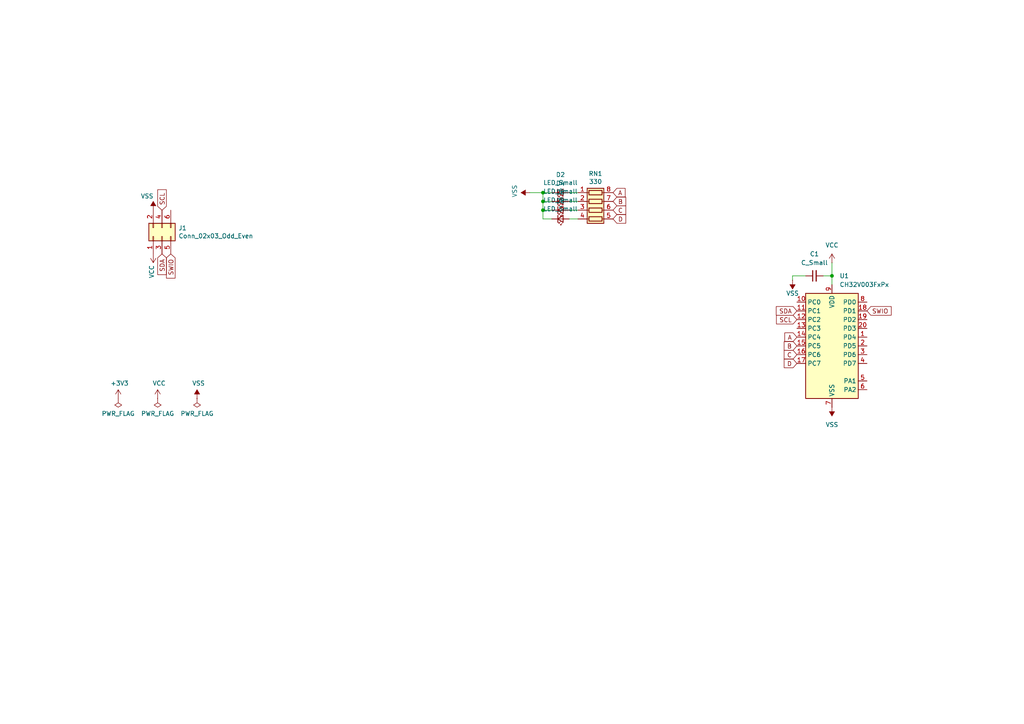
<source format=kicad_sch>
(kicad_sch
	(version 20250114)
	(generator "eeschema")
	(generator_version "9.0")
	(uuid "1ae8329c-8452-4f07-bddc-d8f19c58b895")
	(paper "A4")
	(lib_symbols
		(symbol "Connector_Generic:Conn_02x03_Odd_Even"
			(pin_names
				(offset 1.016)
				(hide yes)
			)
			(exclude_from_sim no)
			(in_bom yes)
			(on_board yes)
			(property "Reference" "J"
				(at 1.27 5.08 0)
				(effects
					(font
						(size 1.27 1.27)
					)
				)
			)
			(property "Value" "Conn_02x03_Odd_Even"
				(at 1.27 -5.08 0)
				(effects
					(font
						(size 1.27 1.27)
					)
				)
			)
			(property "Footprint" ""
				(at 0 0 0)
				(effects
					(font
						(size 1.27 1.27)
					)
					(hide yes)
				)
			)
			(property "Datasheet" "~"
				(at 0 0 0)
				(effects
					(font
						(size 1.27 1.27)
					)
					(hide yes)
				)
			)
			(property "Description" "Generic connector, double row, 02x03, odd/even pin numbering scheme (row 1 odd numbers, row 2 even numbers), script generated (kicad-library-utils/schlib/autogen/connector/)"
				(at 0 0 0)
				(effects
					(font
						(size 1.27 1.27)
					)
					(hide yes)
				)
			)
			(property "ki_keywords" "connector"
				(at 0 0 0)
				(effects
					(font
						(size 1.27 1.27)
					)
					(hide yes)
				)
			)
			(property "ki_fp_filters" "Connector*:*_2x??_*"
				(at 0 0 0)
				(effects
					(font
						(size 1.27 1.27)
					)
					(hide yes)
				)
			)
			(symbol "Conn_02x03_Odd_Even_1_1"
				(rectangle
					(start -1.27 3.81)
					(end 3.81 -3.81)
					(stroke
						(width 0.254)
						(type default)
					)
					(fill
						(type background)
					)
				)
				(rectangle
					(start -1.27 2.667)
					(end 0 2.413)
					(stroke
						(width 0.1524)
						(type default)
					)
					(fill
						(type none)
					)
				)
				(rectangle
					(start -1.27 0.127)
					(end 0 -0.127)
					(stroke
						(width 0.1524)
						(type default)
					)
					(fill
						(type none)
					)
				)
				(rectangle
					(start -1.27 -2.413)
					(end 0 -2.667)
					(stroke
						(width 0.1524)
						(type default)
					)
					(fill
						(type none)
					)
				)
				(rectangle
					(start 3.81 2.667)
					(end 2.54 2.413)
					(stroke
						(width 0.1524)
						(type default)
					)
					(fill
						(type none)
					)
				)
				(rectangle
					(start 3.81 0.127)
					(end 2.54 -0.127)
					(stroke
						(width 0.1524)
						(type default)
					)
					(fill
						(type none)
					)
				)
				(rectangle
					(start 3.81 -2.413)
					(end 2.54 -2.667)
					(stroke
						(width 0.1524)
						(type default)
					)
					(fill
						(type none)
					)
				)
				(pin passive line
					(at -5.08 2.54 0)
					(length 3.81)
					(name "Pin_1"
						(effects
							(font
								(size 1.27 1.27)
							)
						)
					)
					(number "1"
						(effects
							(font
								(size 1.27 1.27)
							)
						)
					)
				)
				(pin passive line
					(at -5.08 0 0)
					(length 3.81)
					(name "Pin_3"
						(effects
							(font
								(size 1.27 1.27)
							)
						)
					)
					(number "3"
						(effects
							(font
								(size 1.27 1.27)
							)
						)
					)
				)
				(pin passive line
					(at -5.08 -2.54 0)
					(length 3.81)
					(name "Pin_5"
						(effects
							(font
								(size 1.27 1.27)
							)
						)
					)
					(number "5"
						(effects
							(font
								(size 1.27 1.27)
							)
						)
					)
				)
				(pin passive line
					(at 7.62 2.54 180)
					(length 3.81)
					(name "Pin_2"
						(effects
							(font
								(size 1.27 1.27)
							)
						)
					)
					(number "2"
						(effects
							(font
								(size 1.27 1.27)
							)
						)
					)
				)
				(pin passive line
					(at 7.62 0 180)
					(length 3.81)
					(name "Pin_4"
						(effects
							(font
								(size 1.27 1.27)
							)
						)
					)
					(number "4"
						(effects
							(font
								(size 1.27 1.27)
							)
						)
					)
				)
				(pin passive line
					(at 7.62 -2.54 180)
					(length 3.81)
					(name "Pin_6"
						(effects
							(font
								(size 1.27 1.27)
							)
						)
					)
					(number "6"
						(effects
							(font
								(size 1.27 1.27)
							)
						)
					)
				)
			)
			(embedded_fonts no)
		)
		(symbol "Device:C_Small"
			(pin_numbers
				(hide yes)
			)
			(pin_names
				(offset 0.254)
				(hide yes)
			)
			(exclude_from_sim no)
			(in_bom yes)
			(on_board yes)
			(property "Reference" "C"
				(at 0.254 1.778 0)
				(effects
					(font
						(size 1.27 1.27)
					)
					(justify left)
				)
			)
			(property "Value" "C_Small"
				(at 0.254 -2.032 0)
				(effects
					(font
						(size 1.27 1.27)
					)
					(justify left)
				)
			)
			(property "Footprint" ""
				(at 0 0 0)
				(effects
					(font
						(size 1.27 1.27)
					)
					(hide yes)
				)
			)
			(property "Datasheet" "~"
				(at 0 0 0)
				(effects
					(font
						(size 1.27 1.27)
					)
					(hide yes)
				)
			)
			(property "Description" "Unpolarized capacitor, small symbol"
				(at 0 0 0)
				(effects
					(font
						(size 1.27 1.27)
					)
					(hide yes)
				)
			)
			(property "ki_keywords" "capacitor cap"
				(at 0 0 0)
				(effects
					(font
						(size 1.27 1.27)
					)
					(hide yes)
				)
			)
			(property "ki_fp_filters" "C_*"
				(at 0 0 0)
				(effects
					(font
						(size 1.27 1.27)
					)
					(hide yes)
				)
			)
			(symbol "C_Small_0_1"
				(polyline
					(pts
						(xy -1.524 0.508) (xy 1.524 0.508)
					)
					(stroke
						(width 0.3048)
						(type default)
					)
					(fill
						(type none)
					)
				)
				(polyline
					(pts
						(xy -1.524 -0.508) (xy 1.524 -0.508)
					)
					(stroke
						(width 0.3302)
						(type default)
					)
					(fill
						(type none)
					)
				)
			)
			(symbol "C_Small_1_1"
				(pin passive line
					(at 0 2.54 270)
					(length 2.032)
					(name "~"
						(effects
							(font
								(size 1.27 1.27)
							)
						)
					)
					(number "1"
						(effects
							(font
								(size 1.27 1.27)
							)
						)
					)
				)
				(pin passive line
					(at 0 -2.54 90)
					(length 2.032)
					(name "~"
						(effects
							(font
								(size 1.27 1.27)
							)
						)
					)
					(number "2"
						(effects
							(font
								(size 1.27 1.27)
							)
						)
					)
				)
			)
			(embedded_fonts no)
		)
		(symbol "Device:LED_Small"
			(pin_numbers
				(hide yes)
			)
			(pin_names
				(offset 0.254)
				(hide yes)
			)
			(exclude_from_sim no)
			(in_bom yes)
			(on_board yes)
			(property "Reference" "D"
				(at -1.27 3.175 0)
				(effects
					(font
						(size 1.27 1.27)
					)
					(justify left)
				)
			)
			(property "Value" "LED_Small"
				(at -4.445 -2.54 0)
				(effects
					(font
						(size 1.27 1.27)
					)
					(justify left)
				)
			)
			(property "Footprint" ""
				(at 0 0 90)
				(effects
					(font
						(size 1.27 1.27)
					)
					(hide yes)
				)
			)
			(property "Datasheet" "~"
				(at 0 0 90)
				(effects
					(font
						(size 1.27 1.27)
					)
					(hide yes)
				)
			)
			(property "Description" "Light emitting diode, small symbol"
				(at 0 0 0)
				(effects
					(font
						(size 1.27 1.27)
					)
					(hide yes)
				)
			)
			(property "Sim.Pin" "1=K 2=A"
				(at 0 0 0)
				(effects
					(font
						(size 1.27 1.27)
					)
					(hide yes)
				)
			)
			(property "ki_keywords" "LED diode light-emitting-diode"
				(at 0 0 0)
				(effects
					(font
						(size 1.27 1.27)
					)
					(hide yes)
				)
			)
			(property "ki_fp_filters" "LED* LED_SMD:* LED_THT:*"
				(at 0 0 0)
				(effects
					(font
						(size 1.27 1.27)
					)
					(hide yes)
				)
			)
			(symbol "LED_Small_0_1"
				(polyline
					(pts
						(xy -0.762 -1.016) (xy -0.762 1.016)
					)
					(stroke
						(width 0.254)
						(type default)
					)
					(fill
						(type none)
					)
				)
				(polyline
					(pts
						(xy 0 0.762) (xy -0.508 1.27) (xy -0.254 1.27) (xy -0.508 1.27) (xy -0.508 1.016)
					)
					(stroke
						(width 0)
						(type default)
					)
					(fill
						(type none)
					)
				)
				(polyline
					(pts
						(xy 0.508 1.27) (xy 0 1.778) (xy 0.254 1.778) (xy 0 1.778) (xy 0 1.524)
					)
					(stroke
						(width 0)
						(type default)
					)
					(fill
						(type none)
					)
				)
				(polyline
					(pts
						(xy 0.762 -1.016) (xy -0.762 0) (xy 0.762 1.016) (xy 0.762 -1.016)
					)
					(stroke
						(width 0.254)
						(type default)
					)
					(fill
						(type none)
					)
				)
				(polyline
					(pts
						(xy 1.016 0) (xy -0.762 0)
					)
					(stroke
						(width 0)
						(type default)
					)
					(fill
						(type none)
					)
				)
			)
			(symbol "LED_Small_1_1"
				(pin passive line
					(at -2.54 0 0)
					(length 1.778)
					(name "K"
						(effects
							(font
								(size 1.27 1.27)
							)
						)
					)
					(number "1"
						(effects
							(font
								(size 1.27 1.27)
							)
						)
					)
				)
				(pin passive line
					(at 2.54 0 180)
					(length 1.778)
					(name "A"
						(effects
							(font
								(size 1.27 1.27)
							)
						)
					)
					(number "2"
						(effects
							(font
								(size 1.27 1.27)
							)
						)
					)
				)
			)
			(embedded_fonts no)
		)
		(symbol "Device:R_Pack04"
			(pin_names
				(offset 0)
				(hide yes)
			)
			(exclude_from_sim no)
			(in_bom yes)
			(on_board yes)
			(property "Reference" "RN"
				(at -7.62 0 90)
				(effects
					(font
						(size 1.27 1.27)
					)
				)
			)
			(property "Value" "R_Pack04"
				(at 5.08 0 90)
				(effects
					(font
						(size 1.27 1.27)
					)
				)
			)
			(property "Footprint" ""
				(at 6.985 0 90)
				(effects
					(font
						(size 1.27 1.27)
					)
					(hide yes)
				)
			)
			(property "Datasheet" "~"
				(at 0 0 0)
				(effects
					(font
						(size 1.27 1.27)
					)
					(hide yes)
				)
			)
			(property "Description" "4 resistor network, parallel topology"
				(at 0 0 0)
				(effects
					(font
						(size 1.27 1.27)
					)
					(hide yes)
				)
			)
			(property "ki_keywords" "R network parallel topology isolated"
				(at 0 0 0)
				(effects
					(font
						(size 1.27 1.27)
					)
					(hide yes)
				)
			)
			(property "ki_fp_filters" "DIP* SOIC* R*Array*Concave* R*Array*Convex* MSOP*"
				(at 0 0 0)
				(effects
					(font
						(size 1.27 1.27)
					)
					(hide yes)
				)
			)
			(symbol "R_Pack04_0_1"
				(rectangle
					(start -6.35 -2.413)
					(end 3.81 2.413)
					(stroke
						(width 0.254)
						(type default)
					)
					(fill
						(type background)
					)
				)
				(rectangle
					(start -5.715 1.905)
					(end -4.445 -1.905)
					(stroke
						(width 0.254)
						(type default)
					)
					(fill
						(type none)
					)
				)
				(polyline
					(pts
						(xy -5.08 1.905) (xy -5.08 2.54)
					)
					(stroke
						(width 0)
						(type default)
					)
					(fill
						(type none)
					)
				)
				(polyline
					(pts
						(xy -5.08 -2.54) (xy -5.08 -1.905)
					)
					(stroke
						(width 0)
						(type default)
					)
					(fill
						(type none)
					)
				)
				(rectangle
					(start -3.175 1.905)
					(end -1.905 -1.905)
					(stroke
						(width 0.254)
						(type default)
					)
					(fill
						(type none)
					)
				)
				(polyline
					(pts
						(xy -2.54 1.905) (xy -2.54 2.54)
					)
					(stroke
						(width 0)
						(type default)
					)
					(fill
						(type none)
					)
				)
				(polyline
					(pts
						(xy -2.54 -2.54) (xy -2.54 -1.905)
					)
					(stroke
						(width 0)
						(type default)
					)
					(fill
						(type none)
					)
				)
				(rectangle
					(start -0.635 1.905)
					(end 0.635 -1.905)
					(stroke
						(width 0.254)
						(type default)
					)
					(fill
						(type none)
					)
				)
				(polyline
					(pts
						(xy 0 1.905) (xy 0 2.54)
					)
					(stroke
						(width 0)
						(type default)
					)
					(fill
						(type none)
					)
				)
				(polyline
					(pts
						(xy 0 -2.54) (xy 0 -1.905)
					)
					(stroke
						(width 0)
						(type default)
					)
					(fill
						(type none)
					)
				)
				(rectangle
					(start 1.905 1.905)
					(end 3.175 -1.905)
					(stroke
						(width 0.254)
						(type default)
					)
					(fill
						(type none)
					)
				)
				(polyline
					(pts
						(xy 2.54 1.905) (xy 2.54 2.54)
					)
					(stroke
						(width 0)
						(type default)
					)
					(fill
						(type none)
					)
				)
				(polyline
					(pts
						(xy 2.54 -2.54) (xy 2.54 -1.905)
					)
					(stroke
						(width 0)
						(type default)
					)
					(fill
						(type none)
					)
				)
			)
			(symbol "R_Pack04_1_1"
				(pin passive line
					(at -5.08 5.08 270)
					(length 2.54)
					(name "R1.2"
						(effects
							(font
								(size 1.27 1.27)
							)
						)
					)
					(number "8"
						(effects
							(font
								(size 1.27 1.27)
							)
						)
					)
				)
				(pin passive line
					(at -5.08 -5.08 90)
					(length 2.54)
					(name "R1.1"
						(effects
							(font
								(size 1.27 1.27)
							)
						)
					)
					(number "1"
						(effects
							(font
								(size 1.27 1.27)
							)
						)
					)
				)
				(pin passive line
					(at -2.54 5.08 270)
					(length 2.54)
					(name "R2.2"
						(effects
							(font
								(size 1.27 1.27)
							)
						)
					)
					(number "7"
						(effects
							(font
								(size 1.27 1.27)
							)
						)
					)
				)
				(pin passive line
					(at -2.54 -5.08 90)
					(length 2.54)
					(name "R2.1"
						(effects
							(font
								(size 1.27 1.27)
							)
						)
					)
					(number "2"
						(effects
							(font
								(size 1.27 1.27)
							)
						)
					)
				)
				(pin passive line
					(at 0 5.08 270)
					(length 2.54)
					(name "R3.2"
						(effects
							(font
								(size 1.27 1.27)
							)
						)
					)
					(number "6"
						(effects
							(font
								(size 1.27 1.27)
							)
						)
					)
				)
				(pin passive line
					(at 0 -5.08 90)
					(length 2.54)
					(name "R3.1"
						(effects
							(font
								(size 1.27 1.27)
							)
						)
					)
					(number "3"
						(effects
							(font
								(size 1.27 1.27)
							)
						)
					)
				)
				(pin passive line
					(at 2.54 5.08 270)
					(length 2.54)
					(name "R4.2"
						(effects
							(font
								(size 1.27 1.27)
							)
						)
					)
					(number "5"
						(effects
							(font
								(size 1.27 1.27)
							)
						)
					)
				)
				(pin passive line
					(at 2.54 -5.08 90)
					(length 2.54)
					(name "R4.1"
						(effects
							(font
								(size 1.27 1.27)
							)
						)
					)
					(number "4"
						(effects
							(font
								(size 1.27 1.27)
							)
						)
					)
				)
			)
			(embedded_fonts no)
		)
		(symbol "MCU_WCH_CH32V0:CH32V003FxPx"
			(exclude_from_sim no)
			(in_bom yes)
			(on_board yes)
			(property "Reference" "U"
				(at -7.62 17.78 0)
				(effects
					(font
						(size 1.27 1.27)
					)
				)
			)
			(property "Value" "CH32V003FxPx"
				(at 7.62 17.78 0)
				(effects
					(font
						(size 1.27 1.27)
					)
				)
			)
			(property "Footprint" "Package_SO:TSSOP-20_4.4x6.5mm_P0.65mm"
				(at -1.27 0 0)
				(effects
					(font
						(size 1.27 1.27)
					)
					(hide yes)
				)
			)
			(property "Datasheet" "https://www.wch-ic.com/products/CH32V003.html"
				(at -1.27 0 0)
				(effects
					(font
						(size 1.27 1.27)
					)
					(hide yes)
				)
			)
			(property "Description" "CH32V003 series are industrial-grade general-purpose microcontrollers designed based on 32-bit RISC-V instruction set and architecture. It adopts QingKe V2A core, RV32EC instruction set, and supports 2 levels of interrupt nesting. The series are mounted with rich peripheral interfaces and function modules. Its internal organizational structure meets the low-cost and low-power embedded application scenarios."
				(at 0 0 0)
				(effects
					(font
						(size 1.27 1.27)
					)
					(hide yes)
				)
			)
			(property "ki_keywords" "microcontroller wch RISC-V"
				(at 0 0 0)
				(effects
					(font
						(size 1.27 1.27)
					)
					(hide yes)
				)
			)
			(property "ki_fp_filters" "TSSOP*4.4x6.5mm*P0.65mm*"
				(at 0 0 0)
				(effects
					(font
						(size 1.27 1.27)
					)
					(hide yes)
				)
			)
			(symbol "CH32V003FxPx_1_1"
				(rectangle
					(start -7.62 15.24)
					(end 7.62 -15.24)
					(stroke
						(width 0.254)
						(type default)
					)
					(fill
						(type background)
					)
				)
				(pin bidirectional line
					(at -10.16 12.7 0)
					(length 2.54)
					(name "PC0"
						(effects
							(font
								(size 1.27 1.27)
							)
						)
					)
					(number "10"
						(effects
							(font
								(size 1.27 1.27)
							)
						)
					)
					(alternate "NSS_1" bidirectional line)
					(alternate "T1CH3_1" bidirectional line)
					(alternate "T2CH3" bidirectional line)
					(alternate "T2CH3_2" bidirectional line)
					(alternate "UTX_3" bidirectional line)
				)
				(pin bidirectional line
					(at -10.16 10.16 0)
					(length 2.54)
					(name "PC1"
						(effects
							(font
								(size 1.27 1.27)
							)
						)
					)
					(number "11"
						(effects
							(font
								(size 1.27 1.27)
							)
						)
					)
					(alternate "NSS" bidirectional line)
					(alternate "SDA" bidirectional line)
					(alternate "T1BKIN_1" bidirectional line)
					(alternate "T1BKIN_3" bidirectional line)
					(alternate "T2CH1ETR_2" bidirectional line)
					(alternate "T2CH1ETR_3" bidirectional line)
					(alternate "T2CH4_1" bidirectional line)
					(alternate "URX_3" bidirectional line)
				)
				(pin bidirectional line
					(at -10.16 7.62 0)
					(length 2.54)
					(name "PC2"
						(effects
							(font
								(size 1.27 1.27)
							)
						)
					)
					(number "12"
						(effects
							(font
								(size 1.27 1.27)
							)
						)
					)
					(alternate "AETR_1" bidirectional line)
					(alternate "SCL" bidirectional line)
					(alternate "T1BKIN" bidirectional line)
					(alternate "T1BKIN_2" bidirectional line)
					(alternate "T1ETR_3" bidirectional line)
					(alternate "T2CH2_1" bidirectional line)
					(alternate "URTS" bidirectional line)
					(alternate "URTS_1" bidirectional line)
				)
				(pin bidirectional line
					(at -10.16 5.08 0)
					(length 2.54)
					(name "PC3"
						(effects
							(font
								(size 1.27 1.27)
							)
						)
					)
					(number "13"
						(effects
							(font
								(size 1.27 1.27)
							)
						)
					)
					(alternate "T1CH1N_1" bidirectional line)
					(alternate "T1CH1N_3" bidirectional line)
					(alternate "T1CH3" bidirectional line)
					(alternate "T1CH3_2" bidirectional line)
					(alternate "UCTS_1" bidirectional line)
				)
				(pin bidirectional line
					(at -10.16 2.54 0)
					(length 2.54)
					(name "PC4"
						(effects
							(font
								(size 1.27 1.27)
							)
						)
					)
					(number "14"
						(effects
							(font
								(size 1.27 1.27)
							)
						)
					)
					(alternate "A2" bidirectional line)
					(alternate "MCO" bidirectional line)
					(alternate "T1CH1_3" bidirectional line)
					(alternate "T1CH2N_1" bidirectional line)
					(alternate "T1CH4" bidirectional line)
					(alternate "T1CH4_2" bidirectional line)
				)
				(pin bidirectional line
					(at -10.16 0 0)
					(length 2.54)
					(name "PC5"
						(effects
							(font
								(size 1.27 1.27)
							)
						)
					)
					(number "15"
						(effects
							(font
								(size 1.27 1.27)
							)
						)
					)
					(alternate "SCK" bidirectional line)
					(alternate "SCK_1" bidirectional line)
					(alternate "SCL_2" bidirectional line)
					(alternate "SCL_3" bidirectional line)
					(alternate "T1CH3_3" bidirectional line)
					(alternate "T1ETR" bidirectional line)
					(alternate "T1ETR_1" bidirectional line)
					(alternate "T2CH1ETR_1" bidirectional line)
					(alternate "UCK_3" bidirectional line)
				)
				(pin bidirectional line
					(at -10.16 -2.54 0)
					(length 2.54)
					(name "PC6"
						(effects
							(font
								(size 1.27 1.27)
							)
						)
					)
					(number "16"
						(effects
							(font
								(size 1.27 1.27)
							)
						)
					)
					(alternate "MOSI" bidirectional line)
					(alternate "MOSI_1" bidirectional line)
					(alternate "SDA_2" bidirectional line)
					(alternate "SDA_3" bidirectional line)
					(alternate "T1CH1_1" bidirectional line)
					(alternate "T1CH3N_3" bidirectional line)
					(alternate "UCTS_2" bidirectional line)
					(alternate "UCTS_3" bidirectional line)
				)
				(pin bidirectional line
					(at -10.16 -5.08 0)
					(length 2.54)
					(name "PC7"
						(effects
							(font
								(size 1.27 1.27)
							)
						)
					)
					(number "17"
						(effects
							(font
								(size 1.27 1.27)
							)
						)
					)
					(alternate "MISO" bidirectional line)
					(alternate "MISO_1" bidirectional line)
					(alternate "T1CH2_1" bidirectional line)
					(alternate "T1CH2_3" bidirectional line)
					(alternate "T2CH2_3" bidirectional line)
					(alternate "URTS_2" bidirectional line)
					(alternate "URTS_3" bidirectional line)
				)
				(pin power_in line
					(at 0 17.78 270)
					(length 2.54)
					(name "VDD"
						(effects
							(font
								(size 1.27 1.27)
							)
						)
					)
					(number "9"
						(effects
							(font
								(size 1.27 1.27)
							)
						)
					)
				)
				(pin power_in line
					(at 0 -17.78 90)
					(length 2.54)
					(name "VSS"
						(effects
							(font
								(size 1.27 1.27)
							)
						)
					)
					(number "7"
						(effects
							(font
								(size 1.27 1.27)
							)
						)
					)
				)
				(pin bidirectional line
					(at 10.16 12.7 180)
					(length 2.54)
					(name "PD0"
						(effects
							(font
								(size 1.27 1.27)
							)
						)
					)
					(number "8"
						(effects
							(font
								(size 1.27 1.27)
							)
						)
					)
					(alternate "OPN1" bidirectional line)
					(alternate "SDA_1" bidirectional line)
					(alternate "TICH1N" bidirectional line)
					(alternate "TICH1N_2" bidirectional line)
					(alternate "UTX_1" bidirectional line)
				)
				(pin bidirectional line
					(at 10.16 10.16 180)
					(length 2.54)
					(name "PD1"
						(effects
							(font
								(size 1.27 1.27)
							)
						)
					)
					(number "18"
						(effects
							(font
								(size 1.27 1.27)
							)
						)
					)
					(alternate "AETR2" bidirectional line)
					(alternate "SCL_1" bidirectional line)
					(alternate "SWIO" bidirectional line)
					(alternate "T1CH3N" bidirectional line)
					(alternate "T1CH3N_1" bidirectional line)
					(alternate "T1CH3N_2" bidirectional line)
					(alternate "URX_1" bidirectional line)
				)
				(pin bidirectional line
					(at 10.16 7.62 180)
					(length 2.54)
					(name "PD2"
						(effects
							(font
								(size 1.27 1.27)
							)
						)
					)
					(number "19"
						(effects
							(font
								(size 1.27 1.27)
							)
						)
					)
					(alternate "A3" bidirectional line)
					(alternate "T1CH1" bidirectional line)
					(alternate "T1CH1_2" bidirectional line)
					(alternate "T1CH2N_3" bidirectional line)
					(alternate "T2CH3_1" bidirectional line)
				)
				(pin bidirectional line
					(at 10.16 5.08 180)
					(length 2.54)
					(name "PD3"
						(effects
							(font
								(size 1.27 1.27)
							)
						)
					)
					(number "20"
						(effects
							(font
								(size 1.27 1.27)
							)
						)
					)
					(alternate "A4" bidirectional line)
					(alternate "AETR" bidirectional line)
					(alternate "T1CH4_1" bidirectional line)
					(alternate "T2CH2" bidirectional line)
					(alternate "T2CH2_2" bidirectional line)
					(alternate "UCTS" bidirectional line)
				)
				(pin bidirectional line
					(at 10.16 2.54 180)
					(length 2.54)
					(name "PD4"
						(effects
							(font
								(size 1.27 1.27)
							)
						)
					)
					(number "1"
						(effects
							(font
								(size 1.27 1.27)
							)
						)
					)
					(alternate "A7" bidirectional line)
					(alternate "OPO" bidirectional line)
					(alternate "T1CH4_3" bidirectional line)
					(alternate "T2CH1ETR" bidirectional line)
					(alternate "TIETR_2" bidirectional line)
					(alternate "UCK" bidirectional line)
				)
				(pin bidirectional line
					(at 10.16 0 180)
					(length 2.54)
					(name "PD5"
						(effects
							(font
								(size 1.27 1.27)
							)
						)
					)
					(number "2"
						(effects
							(font
								(size 1.27 1.27)
							)
						)
					)
					(alternate "A5" bidirectional line)
					(alternate "T2CH4_3" bidirectional line)
					(alternate "URX_2" bidirectional line)
					(alternate "UTX" bidirectional line)
				)
				(pin bidirectional line
					(at 10.16 -2.54 180)
					(length 2.54)
					(name "PD6"
						(effects
							(font
								(size 1.27 1.27)
							)
						)
					)
					(number "3"
						(effects
							(font
								(size 1.27 1.27)
							)
						)
					)
					(alternate "A6" bidirectional line)
					(alternate "T2CH3_3" bidirectional line)
					(alternate "URX" bidirectional line)
					(alternate "UTX_2" bidirectional line)
				)
				(pin bidirectional line
					(at 10.16 -5.08 180)
					(length 2.54)
					(name "PD7"
						(effects
							(font
								(size 1.27 1.27)
							)
						)
					)
					(number "4"
						(effects
							(font
								(size 1.27 1.27)
							)
						)
					)
					(alternate "NRST" bidirectional line)
					(alternate "OPP1" bidirectional line)
					(alternate "T2CH4" bidirectional line)
					(alternate "T2CH4_2" bidirectional line)
					(alternate "UCK_1" bidirectional line)
					(alternate "UCK_2" bidirectional line)
				)
				(pin bidirectional line
					(at 10.16 -10.16 180)
					(length 2.54)
					(name "PA1"
						(effects
							(font
								(size 1.27 1.27)
							)
						)
					)
					(number "5"
						(effects
							(font
								(size 1.27 1.27)
							)
						)
					)
					(alternate "A1" bidirectional line)
					(alternate "OPN0" bidirectional line)
					(alternate "OSCI" bidirectional line)
					(alternate "T1CH2" bidirectional line)
					(alternate "T1CH2_2" bidirectional line)
				)
				(pin bidirectional line
					(at 10.16 -12.7 180)
					(length 2.54)
					(name "PA2"
						(effects
							(font
								(size 1.27 1.27)
							)
						)
					)
					(number "6"
						(effects
							(font
								(size 1.27 1.27)
							)
						)
					)
					(alternate "A0" bidirectional line)
					(alternate "AETR2_1" bidirectional line)
					(alternate "OPP0" bidirectional line)
					(alternate "OSCO" bidirectional line)
					(alternate "TICH2N" bidirectional line)
					(alternate "TICH2N_2" bidirectional line)
				)
			)
			(embedded_fonts no)
		)
		(symbol "power:+3V3"
			(power)
			(pin_numbers
				(hide yes)
			)
			(pin_names
				(offset 0)
				(hide yes)
			)
			(exclude_from_sim no)
			(in_bom yes)
			(on_board yes)
			(property "Reference" "#PWR"
				(at 0 -3.81 0)
				(effects
					(font
						(size 1.27 1.27)
					)
					(hide yes)
				)
			)
			(property "Value" "+3V3"
				(at 0 3.556 0)
				(effects
					(font
						(size 1.27 1.27)
					)
				)
			)
			(property "Footprint" ""
				(at 0 0 0)
				(effects
					(font
						(size 1.27 1.27)
					)
					(hide yes)
				)
			)
			(property "Datasheet" ""
				(at 0 0 0)
				(effects
					(font
						(size 1.27 1.27)
					)
					(hide yes)
				)
			)
			(property "Description" "Power symbol creates a global label with name \"+3V3\""
				(at 0 0 0)
				(effects
					(font
						(size 1.27 1.27)
					)
					(hide yes)
				)
			)
			(property "ki_keywords" "global power"
				(at 0 0 0)
				(effects
					(font
						(size 1.27 1.27)
					)
					(hide yes)
				)
			)
			(symbol "+3V3_0_1"
				(polyline
					(pts
						(xy -0.762 1.27) (xy 0 2.54)
					)
					(stroke
						(width 0)
						(type default)
					)
					(fill
						(type none)
					)
				)
				(polyline
					(pts
						(xy 0 2.54) (xy 0.762 1.27)
					)
					(stroke
						(width 0)
						(type default)
					)
					(fill
						(type none)
					)
				)
				(polyline
					(pts
						(xy 0 0) (xy 0 2.54)
					)
					(stroke
						(width 0)
						(type default)
					)
					(fill
						(type none)
					)
				)
			)
			(symbol "+3V3_1_1"
				(pin power_in line
					(at 0 0 90)
					(length 0)
					(name "~"
						(effects
							(font
								(size 1.27 1.27)
							)
						)
					)
					(number "1"
						(effects
							(font
								(size 1.27 1.27)
							)
						)
					)
				)
			)
			(embedded_fonts no)
		)
		(symbol "power:PWR_FLAG"
			(power)
			(pin_numbers
				(hide yes)
			)
			(pin_names
				(offset 0)
				(hide yes)
			)
			(exclude_from_sim no)
			(in_bom yes)
			(on_board yes)
			(property "Reference" "#FLG"
				(at 0 1.905 0)
				(effects
					(font
						(size 1.27 1.27)
					)
					(hide yes)
				)
			)
			(property "Value" "PWR_FLAG"
				(at 0 3.81 0)
				(effects
					(font
						(size 1.27 1.27)
					)
				)
			)
			(property "Footprint" ""
				(at 0 0 0)
				(effects
					(font
						(size 1.27 1.27)
					)
					(hide yes)
				)
			)
			(property "Datasheet" "~"
				(at 0 0 0)
				(effects
					(font
						(size 1.27 1.27)
					)
					(hide yes)
				)
			)
			(property "Description" "Special symbol for telling ERC where power comes from"
				(at 0 0 0)
				(effects
					(font
						(size 1.27 1.27)
					)
					(hide yes)
				)
			)
			(property "ki_keywords" "flag power"
				(at 0 0 0)
				(effects
					(font
						(size 1.27 1.27)
					)
					(hide yes)
				)
			)
			(symbol "PWR_FLAG_0_0"
				(pin power_out line
					(at 0 0 90)
					(length 0)
					(name "~"
						(effects
							(font
								(size 1.27 1.27)
							)
						)
					)
					(number "1"
						(effects
							(font
								(size 1.27 1.27)
							)
						)
					)
				)
			)
			(symbol "PWR_FLAG_0_1"
				(polyline
					(pts
						(xy 0 0) (xy 0 1.27) (xy -1.016 1.905) (xy 0 2.54) (xy 1.016 1.905) (xy 0 1.27)
					)
					(stroke
						(width 0)
						(type default)
					)
					(fill
						(type none)
					)
				)
			)
			(embedded_fonts no)
		)
		(symbol "power:VCC"
			(power)
			(pin_numbers
				(hide yes)
			)
			(pin_names
				(offset 0)
				(hide yes)
			)
			(exclude_from_sim no)
			(in_bom yes)
			(on_board yes)
			(property "Reference" "#PWR"
				(at 0 -3.81 0)
				(effects
					(font
						(size 1.27 1.27)
					)
					(hide yes)
				)
			)
			(property "Value" "VCC"
				(at 0 3.556 0)
				(effects
					(font
						(size 1.27 1.27)
					)
				)
			)
			(property "Footprint" ""
				(at 0 0 0)
				(effects
					(font
						(size 1.27 1.27)
					)
					(hide yes)
				)
			)
			(property "Datasheet" ""
				(at 0 0 0)
				(effects
					(font
						(size 1.27 1.27)
					)
					(hide yes)
				)
			)
			(property "Description" "Power symbol creates a global label with name \"VCC\""
				(at 0 0 0)
				(effects
					(font
						(size 1.27 1.27)
					)
					(hide yes)
				)
			)
			(property "ki_keywords" "global power"
				(at 0 0 0)
				(effects
					(font
						(size 1.27 1.27)
					)
					(hide yes)
				)
			)
			(symbol "VCC_0_1"
				(polyline
					(pts
						(xy -0.762 1.27) (xy 0 2.54)
					)
					(stroke
						(width 0)
						(type default)
					)
					(fill
						(type none)
					)
				)
				(polyline
					(pts
						(xy 0 2.54) (xy 0.762 1.27)
					)
					(stroke
						(width 0)
						(type default)
					)
					(fill
						(type none)
					)
				)
				(polyline
					(pts
						(xy 0 0) (xy 0 2.54)
					)
					(stroke
						(width 0)
						(type default)
					)
					(fill
						(type none)
					)
				)
			)
			(symbol "VCC_1_1"
				(pin power_in line
					(at 0 0 90)
					(length 0)
					(name "~"
						(effects
							(font
								(size 1.27 1.27)
							)
						)
					)
					(number "1"
						(effects
							(font
								(size 1.27 1.27)
							)
						)
					)
				)
			)
			(embedded_fonts no)
		)
		(symbol "power:VSS"
			(power)
			(pin_numbers
				(hide yes)
			)
			(pin_names
				(offset 0)
				(hide yes)
			)
			(exclude_from_sim no)
			(in_bom yes)
			(on_board yes)
			(property "Reference" "#PWR"
				(at 0 -3.81 0)
				(effects
					(font
						(size 1.27 1.27)
					)
					(hide yes)
				)
			)
			(property "Value" "VSS"
				(at 0 3.556 0)
				(effects
					(font
						(size 1.27 1.27)
					)
				)
			)
			(property "Footprint" ""
				(at 0 0 0)
				(effects
					(font
						(size 1.27 1.27)
					)
					(hide yes)
				)
			)
			(property "Datasheet" ""
				(at 0 0 0)
				(effects
					(font
						(size 1.27 1.27)
					)
					(hide yes)
				)
			)
			(property "Description" "Power symbol creates a global label with name \"VSS\""
				(at 0 0 0)
				(effects
					(font
						(size 1.27 1.27)
					)
					(hide yes)
				)
			)
			(property "ki_keywords" "global power"
				(at 0 0 0)
				(effects
					(font
						(size 1.27 1.27)
					)
					(hide yes)
				)
			)
			(symbol "VSS_0_1"
				(polyline
					(pts
						(xy 0 0) (xy 0 2.54)
					)
					(stroke
						(width 0)
						(type default)
					)
					(fill
						(type none)
					)
				)
				(polyline
					(pts
						(xy 0.762 1.27) (xy -0.762 1.27) (xy 0 2.54) (xy 0.762 1.27)
					)
					(stroke
						(width 0)
						(type default)
					)
					(fill
						(type outline)
					)
				)
			)
			(symbol "VSS_1_1"
				(pin power_in line
					(at 0 0 90)
					(length 0)
					(name "~"
						(effects
							(font
								(size 1.27 1.27)
							)
						)
					)
					(number "1"
						(effects
							(font
								(size 1.27 1.27)
							)
						)
					)
				)
			)
			(embedded_fonts no)
		)
	)
	(junction
		(at 157.48 55.88)
		(diameter 0)
		(color 0 0 0 0)
		(uuid "19898565-f636-434f-bddd-8538a2fc4494")
	)
	(junction
		(at 157.48 58.42)
		(diameter 0)
		(color 0 0 0 0)
		(uuid "292c5dd6-b928-4f83-a78e-42557d2cc42d")
	)
	(junction
		(at 241.3 80.01)
		(diameter 0)
		(color 0 0 0 0)
		(uuid "6b6b1012-3282-48dc-aa49-c844c41bc3dc")
	)
	(junction
		(at 157.48 60.96)
		(diameter 0)
		(color 0 0 0 0)
		(uuid "f5a0b670-2b1c-406a-a4f5-81a4a892c06b")
	)
	(wire
		(pts
			(xy 229.87 81.28) (xy 229.87 80.01)
		)
		(stroke
			(width 0)
			(type default)
		)
		(uuid "0261c944-5b36-49d2-a2f9-9a0a78dbc5d4")
	)
	(wire
		(pts
			(xy 238.76 80.01) (xy 241.3 80.01)
		)
		(stroke
			(width 0)
			(type default)
		)
		(uuid "0ca7865f-3e4a-40a7-9244-33ca242509d9")
	)
	(wire
		(pts
			(xy 157.48 60.96) (xy 157.48 63.5)
		)
		(stroke
			(width 0)
			(type default)
		)
		(uuid "102060bc-f1e6-4976-b246-9a1696934677")
	)
	(wire
		(pts
			(xy 165.1 60.96) (xy 167.64 60.96)
		)
		(stroke
			(width 0)
			(type default)
		)
		(uuid "179b1270-7dab-466e-9f44-ae66c352b0a8")
	)
	(wire
		(pts
			(xy 241.3 80.01) (xy 241.3 82.55)
		)
		(stroke
			(width 0)
			(type default)
		)
		(uuid "2839e602-1998-4fa7-a675-cc6fbb9cf87b")
	)
	(wire
		(pts
			(xy 157.48 55.88) (xy 160.02 55.88)
		)
		(stroke
			(width 0)
			(type default)
		)
		(uuid "42b50807-3014-4e5b-b391-4558466f863b")
	)
	(wire
		(pts
			(xy 157.48 60.96) (xy 160.02 60.96)
		)
		(stroke
			(width 0)
			(type default)
		)
		(uuid "45267383-9e11-4b1e-aa42-787f0fae6918")
	)
	(wire
		(pts
			(xy 165.1 63.5) (xy 167.64 63.5)
		)
		(stroke
			(width 0)
			(type default)
		)
		(uuid "57948dec-3ca6-4214-a3b3-da6e817a5308")
	)
	(wire
		(pts
			(xy 165.1 58.42) (xy 167.64 58.42)
		)
		(stroke
			(width 0)
			(type default)
		)
		(uuid "6b0599c1-8169-40d0-b989-e8dc2421d46e")
	)
	(wire
		(pts
			(xy 157.48 58.42) (xy 157.48 60.96)
		)
		(stroke
			(width 0)
			(type default)
		)
		(uuid "7cc9bcb4-d78c-4568-a019-2a7876f51172")
	)
	(wire
		(pts
			(xy 165.1 55.88) (xy 167.64 55.88)
		)
		(stroke
			(width 0)
			(type default)
		)
		(uuid "85c11866-786f-4236-8f4d-55ef2a01cdae")
	)
	(wire
		(pts
			(xy 241.3 76.2) (xy 241.3 80.01)
		)
		(stroke
			(width 0)
			(type default)
		)
		(uuid "994eb1a8-013c-4ce6-88c4-96c0d58d874a")
	)
	(wire
		(pts
			(xy 229.87 80.01) (xy 233.68 80.01)
		)
		(stroke
			(width 0)
			(type default)
		)
		(uuid "b026e410-b535-4647-a4ab-c74f781b1c80")
	)
	(wire
		(pts
			(xy 157.48 55.88) (xy 157.48 58.42)
		)
		(stroke
			(width 0)
			(type default)
		)
		(uuid "b87714bf-2a28-475b-870b-435627344e7d")
	)
	(wire
		(pts
			(xy 157.48 63.5) (xy 160.02 63.5)
		)
		(stroke
			(width 0)
			(type default)
		)
		(uuid "c5b5b57f-b262-4579-b9f2-1000a2181811")
	)
	(wire
		(pts
			(xy 157.48 58.42) (xy 160.02 58.42)
		)
		(stroke
			(width 0)
			(type default)
		)
		(uuid "ce889670-a254-469e-b748-ce082c206173")
	)
	(wire
		(pts
			(xy 153.67 55.88) (xy 157.48 55.88)
		)
		(stroke
			(width 0)
			(type default)
		)
		(uuid "f198aea5-299a-4af8-86ff-6018419cd680")
	)
	(global_label "C"
		(shape input)
		(at 177.8 60.96 0)
		(fields_autoplaced yes)
		(effects
			(font
				(size 1.27 1.27)
			)
			(justify left)
		)
		(uuid "005ff10b-0293-4aa1-be4e-1ed67a347238")
		(property "Intersheetrefs" "${INTERSHEET_REFS}"
			(at 182.0552 60.96 0)
			(effects
				(font
					(size 1.27 1.27)
				)
				(justify left)
				(hide yes)
			)
		)
	)
	(global_label "B"
		(shape input)
		(at 177.8 58.42 0)
		(fields_autoplaced yes)
		(effects
			(font
				(size 1.27 1.27)
			)
			(justify left)
		)
		(uuid "1acdb011-6885-4bd7-8865-61c91bad5462")
		(property "Intersheetrefs" "${INTERSHEET_REFS}"
			(at 182.0552 58.42 0)
			(effects
				(font
					(size 1.27 1.27)
				)
				(justify left)
				(hide yes)
			)
		)
	)
	(global_label "SDA"
		(shape input)
		(at 46.99 73.66 270)
		(fields_autoplaced yes)
		(effects
			(font
				(size 1.27 1.27)
			)
			(justify right)
		)
		(uuid "2d805a6b-795a-4788-9a5c-87ded4b5d571")
		(property "Intersheetrefs" "${INTERSHEET_REFS}"
			(at 46.99 79.5591 90)
			(effects
				(font
					(size 1.27 1.27)
				)
				(justify right)
				(hide yes)
			)
		)
	)
	(global_label "SWIO"
		(shape input)
		(at 251.46 90.17 0)
		(fields_autoplaced yes)
		(effects
			(font
				(size 1.27 1.27)
			)
			(justify left)
		)
		(uuid "2f526b67-f9c4-499e-9a90-2695cb25a3b0")
		(property "Intersheetrefs" "${INTERSHEET_REFS}"
			(at 259.0414 90.17 0)
			(effects
				(font
					(size 1.27 1.27)
				)
				(justify left)
				(hide yes)
			)
		)
	)
	(global_label "SCL"
		(shape input)
		(at 231.14 92.71 180)
		(fields_autoplaced yes)
		(effects
			(font
				(size 1.27 1.27)
			)
			(justify right)
		)
		(uuid "4f390fbd-f055-4cd9-8c66-ea8d7ef254cb")
		(property "Intersheetrefs" "${INTERSHEET_REFS}"
			(at 224.6472 92.71 0)
			(effects
				(font
					(size 1.27 1.27)
				)
				(justify right)
				(hide yes)
			)
		)
	)
	(global_label "SCL"
		(shape input)
		(at 46.99 60.96 90)
		(fields_autoplaced yes)
		(effects
			(font
				(size 1.27 1.27)
			)
			(justify left)
		)
		(uuid "5cf79055-4e2a-4e1e-bdbf-85c528584311")
		(property "Intersheetrefs" "${INTERSHEET_REFS}"
			(at 46.99 55.1214 90)
			(effects
				(font
					(size 1.27 1.27)
				)
				(justify left)
				(hide yes)
			)
		)
	)
	(global_label "SDA"
		(shape input)
		(at 231.14 90.17 180)
		(fields_autoplaced yes)
		(effects
			(font
				(size 1.27 1.27)
			)
			(justify right)
		)
		(uuid "711d2e27-185c-4be7-b816-ce5f061a45bf")
		(property "Intersheetrefs" "${INTERSHEET_REFS}"
			(at 224.5867 90.17 0)
			(effects
				(font
					(size 1.27 1.27)
				)
				(justify right)
				(hide yes)
			)
		)
	)
	(global_label "A"
		(shape input)
		(at 177.8 55.88 0)
		(fields_autoplaced yes)
		(effects
			(font
				(size 1.27 1.27)
			)
			(justify left)
		)
		(uuid "84540708-eb2c-4d1d-a4de-a6b6a4c59054")
		(property "Intersheetrefs" "${INTERSHEET_REFS}"
			(at 181.8738 55.88 0)
			(effects
				(font
					(size 1.27 1.27)
				)
				(justify left)
				(hide yes)
			)
		)
	)
	(global_label "D"
		(shape input)
		(at 177.8 63.5 0)
		(fields_autoplaced yes)
		(effects
			(font
				(size 1.27 1.27)
			)
			(justify left)
		)
		(uuid "a3469a9b-cc15-4b54-8a38-c56dae118d72")
		(property "Intersheetrefs" "${INTERSHEET_REFS}"
			(at 182.0552 63.5 0)
			(effects
				(font
					(size 1.27 1.27)
				)
				(justify left)
				(hide yes)
			)
		)
	)
	(global_label "B"
		(shape input)
		(at 231.14 100.33 180)
		(fields_autoplaced yes)
		(effects
			(font
				(size 1.27 1.27)
			)
			(justify right)
		)
		(uuid "a8b58a1e-ac42-4cdb-995b-4204167bf5ad")
		(property "Intersheetrefs" "${INTERSHEET_REFS}"
			(at 226.8848 100.33 0)
			(effects
				(font
					(size 1.27 1.27)
				)
				(justify right)
				(hide yes)
			)
		)
	)
	(global_label "A"
		(shape input)
		(at 231.14 97.79 180)
		(fields_autoplaced yes)
		(effects
			(font
				(size 1.27 1.27)
			)
			(justify right)
		)
		(uuid "b87565c3-e386-43df-a5dc-1d47d2b0c6b6")
		(property "Intersheetrefs" "${INTERSHEET_REFS}"
			(at 227.0662 97.79 0)
			(effects
				(font
					(size 1.27 1.27)
				)
				(justify right)
				(hide yes)
			)
		)
	)
	(global_label "C"
		(shape input)
		(at 231.14 102.87 180)
		(fields_autoplaced yes)
		(effects
			(font
				(size 1.27 1.27)
			)
			(justify right)
		)
		(uuid "ca5e314e-f5de-4a10-ac88-733f17c1b577")
		(property "Intersheetrefs" "${INTERSHEET_REFS}"
			(at 226.8848 102.87 0)
			(effects
				(font
					(size 1.27 1.27)
				)
				(justify right)
				(hide yes)
			)
		)
	)
	(global_label "SWIO"
		(shape input)
		(at 49.53 73.66 270)
		(fields_autoplaced yes)
		(effects
			(font
				(size 1.27 1.27)
			)
			(justify right)
		)
		(uuid "caa775d6-1aea-4313-adc5-bf918ca04147")
		(property "Intersheetrefs" "${INTERSHEET_REFS}"
			(at 49.53 80.5872 90)
			(effects
				(font
					(size 1.27 1.27)
				)
				(justify right)
				(hide yes)
			)
		)
	)
	(global_label "D"
		(shape input)
		(at 231.14 105.41 180)
		(fields_autoplaced yes)
		(effects
			(font
				(size 1.27 1.27)
			)
			(justify right)
		)
		(uuid "cd2a4375-76da-4038-982d-83625dedf596")
		(property "Intersheetrefs" "${INTERSHEET_REFS}"
			(at 226.8848 105.41 0)
			(effects
				(font
					(size 1.27 1.27)
				)
				(justify right)
				(hide yes)
			)
		)
	)
	(symbol
		(lib_id "Connector_Generic:Conn_02x03_Odd_Even")
		(at 46.99 68.58 90)
		(unit 1)
		(exclude_from_sim no)
		(in_bom yes)
		(on_board yes)
		(dnp no)
		(uuid "00000000-0000-0000-0000-00005cf14cbd")
		(property "Reference" "J1"
			(at 51.7652 66.1416 90)
			(effects
				(font
					(size 1.27 1.27)
				)
				(justify right)
			)
		)
		(property "Value" "Conn_02x03_Odd_Even"
			(at 51.7652 68.453 90)
			(effects
				(font
					(size 1.27 1.27)
				)
				(justify right)
			)
		)
		(property "Footprint" "Connector_PinHeader_2.54mm:PinHeader_2x03_P2.54mm_Vertical_SMD"
			(at 46.99 68.58 0)
			(effects
				(font
					(size 1.27 1.27)
				)
				(hide yes)
			)
		)
		(property "Datasheet" "~"
			(at 46.99 68.58 0)
			(effects
				(font
					(size 1.27 1.27)
				)
				(hide yes)
			)
		)
		(property "Description" ""
			(at 46.99 68.58 0)
			(effects
				(font
					(size 1.27 1.27)
				)
			)
		)
		(pin "1"
			(uuid "24e5d4d1-0c60-464f-b376-ce9c4ad22f38")
		)
		(pin "3"
			(uuid "6d3a61db-e9ec-4668-b101-d3b191b642ea")
		)
		(pin "5"
			(uuid "4a3f5d28-9283-4054-8967-947fd2a22e45")
		)
		(pin "2"
			(uuid "f37d6297-d09d-488c-8a45-eb66574f065c")
		)
		(pin "4"
			(uuid "4b67dc2c-680b-4092-a101-30a57ce2a730")
		)
		(pin "6"
			(uuid "247b9838-25a1-40c3-925f-c2867a552227")
		)
		(instances
			(project ""
				(path "/1ae8329c-8452-4f07-bddc-d8f19c58b895"
					(reference "J1")
					(unit 1)
				)
			)
		)
	)
	(symbol
		(lib_id "power:VSS")
		(at 44.45 60.96 0)
		(unit 1)
		(exclude_from_sim no)
		(in_bom yes)
		(on_board yes)
		(dnp no)
		(uuid "00000000-0000-0000-0000-00005cf15e25")
		(property "Reference" "#PWR02"
			(at 44.45 64.77 0)
			(effects
				(font
					(size 1.27 1.27)
				)
				(hide yes)
			)
		)
		(property "Value" "VSS"
			(at 42.672 56.896 0)
			(effects
				(font
					(size 1.27 1.27)
				)
			)
		)
		(property "Footprint" ""
			(at 44.45 60.96 0)
			(effects
				(font
					(size 1.27 1.27)
				)
				(hide yes)
			)
		)
		(property "Datasheet" ""
			(at 44.45 60.96 0)
			(effects
				(font
					(size 1.27 1.27)
				)
				(hide yes)
			)
		)
		(property "Description" ""
			(at 44.45 60.96 0)
			(effects
				(font
					(size 1.27 1.27)
				)
			)
		)
		(pin "1"
			(uuid "48266b5a-048e-4bf4-bfc8-fb36296125c7")
		)
		(instances
			(project ""
				(path "/1ae8329c-8452-4f07-bddc-d8f19c58b895"
					(reference "#PWR02")
					(unit 1)
				)
			)
		)
	)
	(symbol
		(lib_id "Device:R_Pack04")
		(at 172.72 60.96 270)
		(unit 1)
		(exclude_from_sim no)
		(in_bom yes)
		(on_board yes)
		(dnp no)
		(uuid "00000000-0000-0000-0000-00005cf16a90")
		(property "Reference" "RN1"
			(at 172.72 50.3682 90)
			(effects
				(font
					(size 1.27 1.27)
				)
			)
		)
		(property "Value" "330"
			(at 172.72 52.6796 90)
			(effects
				(font
					(size 1.27 1.27)
				)
			)
		)
		(property "Footprint" "Resistor_SMD:R_Array_Convex_4x0603"
			(at 172.72 67.945 90)
			(effects
				(font
					(size 1.27 1.27)
				)
				(hide yes)
			)
		)
		(property "Datasheet" "~"
			(at 172.72 60.96 0)
			(effects
				(font
					(size 1.27 1.27)
				)
				(hide yes)
			)
		)
		(property "Description" ""
			(at 172.72 60.96 0)
			(effects
				(font
					(size 1.27 1.27)
				)
			)
		)
		(pin "8"
			(uuid "af671d00-1dc9-4e8a-9014-627e3d771bda")
		)
		(pin "1"
			(uuid "fb352bc1-2623-4bae-b099-19b67ef0e3ea")
		)
		(pin "7"
			(uuid "d797a363-740d-4d8c-9bfb-bba7bf777839")
		)
		(pin "2"
			(uuid "e7960ce9-5808-4a02-bb18-9ab246ab12ab")
		)
		(pin "6"
			(uuid "eda25323-c455-4a8b-b588-165a899f2a09")
		)
		(pin "3"
			(uuid "6cf087a7-1922-4eca-8f94-cc22b373841f")
		)
		(pin "5"
			(uuid "fc934b1a-f16f-490f-9af2-187d30d501d1")
		)
		(pin "4"
			(uuid "e5c33879-353a-4b45-854a-eb0fb91b2a2f")
		)
		(instances
			(project ""
				(path "/1ae8329c-8452-4f07-bddc-d8f19c58b895"
					(reference "RN1")
					(unit 1)
				)
			)
		)
	)
	(symbol
		(lib_id "power:VSS")
		(at 153.67 55.88 90)
		(unit 1)
		(exclude_from_sim no)
		(in_bom yes)
		(on_board yes)
		(dnp no)
		(uuid "00000000-0000-0000-0000-00005cf17fb3")
		(property "Reference" "#PWR03"
			(at 157.48 55.88 0)
			(effects
				(font
					(size 1.27 1.27)
				)
				(hide yes)
			)
		)
		(property "Value" "VSS"
			(at 149.2758 55.4228 0)
			(effects
				(font
					(size 1.27 1.27)
				)
			)
		)
		(property "Footprint" ""
			(at 153.67 55.88 0)
			(effects
				(font
					(size 1.27 1.27)
				)
				(hide yes)
			)
		)
		(property "Datasheet" ""
			(at 153.67 55.88 0)
			(effects
				(font
					(size 1.27 1.27)
				)
				(hide yes)
			)
		)
		(property "Description" ""
			(at 153.67 55.88 0)
			(effects
				(font
					(size 1.27 1.27)
				)
			)
		)
		(pin "1"
			(uuid "b5d1dd9c-87ed-4b12-9605-ad1d78b47b02")
		)
		(instances
			(project ""
				(path "/1ae8329c-8452-4f07-bddc-d8f19c58b895"
					(reference "#PWR03")
					(unit 1)
				)
			)
		)
	)
	(symbol
		(lib_id "Device:LED_Small")
		(at 162.56 55.88 0)
		(mirror x)
		(unit 1)
		(exclude_from_sim no)
		(in_bom yes)
		(on_board yes)
		(dnp no)
		(uuid "00000000-0000-0000-0000-00005cf183ea")
		(property "Reference" "D2"
			(at 162.56 50.673 0)
			(effects
				(font
					(size 1.27 1.27)
				)
			)
		)
		(property "Value" "LED_Small"
			(at 162.56 52.9844 0)
			(effects
				(font
					(size 1.27 1.27)
				)
			)
		)
		(property "Footprint" "LED_SMD:LED_0603_1608Metric"
			(at 162.56 55.88 90)
			(effects
				(font
					(size 1.27 1.27)
				)
				(hide yes)
			)
		)
		(property "Datasheet" "~"
			(at 162.56 55.88 90)
			(effects
				(font
					(size 1.27 1.27)
				)
				(hide yes)
			)
		)
		(property "Description" ""
			(at 162.56 55.88 0)
			(effects
				(font
					(size 1.27 1.27)
				)
			)
		)
		(pin "1"
			(uuid "62f388e5-2412-4604-b877-8eca8ac189a6")
		)
		(pin "2"
			(uuid "ebd8459a-bec6-4963-a81e-8509be1f13d8")
		)
		(instances
			(project ""
				(path "/1ae8329c-8452-4f07-bddc-d8f19c58b895"
					(reference "D2")
					(unit 1)
				)
			)
		)
	)
	(symbol
		(lib_id "Device:LED_Small")
		(at 162.56 58.42 0)
		(mirror x)
		(unit 1)
		(exclude_from_sim no)
		(in_bom yes)
		(on_board yes)
		(dnp no)
		(uuid "00000000-0000-0000-0000-00005cf19449")
		(property "Reference" "D4"
			(at 162.56 53.213 0)
			(effects
				(font
					(size 1.27 1.27)
				)
			)
		)
		(property "Value" "LED_Small"
			(at 162.56 55.5244 0)
			(effects
				(font
					(size 1.27 1.27)
				)
			)
		)
		(property "Footprint" "LED_SMD:LED_0603_1608Metric"
			(at 162.56 58.42 90)
			(effects
				(font
					(size 1.27 1.27)
				)
				(hide yes)
			)
		)
		(property "Datasheet" "~"
			(at 162.56 58.42 90)
			(effects
				(font
					(size 1.27 1.27)
				)
				(hide yes)
			)
		)
		(property "Description" ""
			(at 162.56 58.42 0)
			(effects
				(font
					(size 1.27 1.27)
				)
			)
		)
		(pin "1"
			(uuid "9b684e52-afc6-479d-abb6-9c51a1d45c5d")
		)
		(pin "2"
			(uuid "34d22a09-041a-4b20-a98a-0956fdacbd80")
		)
		(instances
			(project ""
				(path "/1ae8329c-8452-4f07-bddc-d8f19c58b895"
					(reference "D4")
					(unit 1)
				)
			)
		)
	)
	(symbol
		(lib_id "Device:LED_Small")
		(at 162.56 60.96 0)
		(mirror x)
		(unit 1)
		(exclude_from_sim no)
		(in_bom yes)
		(on_board yes)
		(dnp no)
		(uuid "00000000-0000-0000-0000-00005cf1a490")
		(property "Reference" "D6"
			(at 162.56 55.753 0)
			(effects
				(font
					(size 1.27 1.27)
				)
			)
		)
		(property "Value" "LED_Small"
			(at 162.56 58.0644 0)
			(effects
				(font
					(size 1.27 1.27)
				)
			)
		)
		(property "Footprint" "LED_SMD:LED_0603_1608Metric"
			(at 162.56 60.96 90)
			(effects
				(font
					(size 1.27 1.27)
				)
				(hide yes)
			)
		)
		(property "Datasheet" "~"
			(at 162.56 60.96 90)
			(effects
				(font
					(size 1.27 1.27)
				)
				(hide yes)
			)
		)
		(property "Description" ""
			(at 162.56 60.96 0)
			(effects
				(font
					(size 1.27 1.27)
				)
			)
		)
		(pin "1"
			(uuid "05cf08a2-f9cb-4359-9ec0-052e476a7377")
		)
		(pin "2"
			(uuid "f03cbe77-085e-4b3f-a63c-b6da4aae2e3e")
		)
		(instances
			(project ""
				(path "/1ae8329c-8452-4f07-bddc-d8f19c58b895"
					(reference "D6")
					(unit 1)
				)
			)
		)
	)
	(symbol
		(lib_id "Device:LED_Small")
		(at 162.56 63.5 0)
		(mirror x)
		(unit 1)
		(exclude_from_sim no)
		(in_bom yes)
		(on_board yes)
		(dnp no)
		(uuid "00000000-0000-0000-0000-00005cf1a4a4")
		(property "Reference" "D8"
			(at 162.56 58.293 0)
			(effects
				(font
					(size 1.27 1.27)
				)
			)
		)
		(property "Value" "LED_Small"
			(at 162.56 60.6044 0)
			(effects
				(font
					(size 1.27 1.27)
				)
			)
		)
		(property "Footprint" "LED_SMD:LED_0603_1608Metric"
			(at 162.56 63.5 90)
			(effects
				(font
					(size 1.27 1.27)
				)
				(hide yes)
			)
		)
		(property "Datasheet" "~"
			(at 162.56 63.5 90)
			(effects
				(font
					(size 1.27 1.27)
				)
				(hide yes)
			)
		)
		(property "Description" ""
			(at 162.56 63.5 0)
			(effects
				(font
					(size 1.27 1.27)
				)
			)
		)
		(pin "1"
			(uuid "b85c9ee5-f8de-4906-8435-160bc2f7077e")
		)
		(pin "2"
			(uuid "2ddc77f8-19b2-4edb-808a-bf0860fd0311")
		)
		(instances
			(project ""
				(path "/1ae8329c-8452-4f07-bddc-d8f19c58b895"
					(reference "D8")
					(unit 1)
				)
			)
		)
	)
	(symbol
		(lib_id "power:+3V3")
		(at 34.29 115.57 0)
		(unit 1)
		(exclude_from_sim no)
		(in_bom yes)
		(on_board yes)
		(dnp no)
		(uuid "00000000-0000-0000-0000-00005cf2cf7c")
		(property "Reference" "#PWR09"
			(at 34.29 119.38 0)
			(effects
				(font
					(size 1.27 1.27)
				)
				(hide yes)
			)
		)
		(property "Value" "+3V3"
			(at 34.671 111.1758 0)
			(effects
				(font
					(size 1.27 1.27)
				)
			)
		)
		(property "Footprint" ""
			(at 34.29 115.57 0)
			(effects
				(font
					(size 1.27 1.27)
				)
				(hide yes)
			)
		)
		(property "Datasheet" ""
			(at 34.29 115.57 0)
			(effects
				(font
					(size 1.27 1.27)
				)
				(hide yes)
			)
		)
		(property "Description" ""
			(at 34.29 115.57 0)
			(effects
				(font
					(size 1.27 1.27)
				)
			)
		)
		(pin "1"
			(uuid "0b1e9a4c-cfd5-422a-aa3e-024953041a31")
		)
		(instances
			(project ""
				(path "/1ae8329c-8452-4f07-bddc-d8f19c58b895"
					(reference "#PWR09")
					(unit 1)
				)
			)
		)
	)
	(symbol
		(lib_id "power:VCC")
		(at 45.72 115.57 0)
		(unit 1)
		(exclude_from_sim no)
		(in_bom yes)
		(on_board yes)
		(dnp no)
		(uuid "00000000-0000-0000-0000-00005cf3069b")
		(property "Reference" "#PWR010"
			(at 45.72 119.38 0)
			(effects
				(font
					(size 1.27 1.27)
				)
				(hide yes)
			)
		)
		(property "Value" "VCC"
			(at 46.1518 111.1758 0)
			(effects
				(font
					(size 1.27 1.27)
				)
			)
		)
		(property "Footprint" ""
			(at 45.72 115.57 0)
			(effects
				(font
					(size 1.27 1.27)
				)
				(hide yes)
			)
		)
		(property "Datasheet" ""
			(at 45.72 115.57 0)
			(effects
				(font
					(size 1.27 1.27)
				)
				(hide yes)
			)
		)
		(property "Description" ""
			(at 45.72 115.57 0)
			(effects
				(font
					(size 1.27 1.27)
				)
			)
		)
		(pin "1"
			(uuid "a9a294f2-efd7-43f0-aa72-c6dcc996656e")
		)
		(instances
			(project ""
				(path "/1ae8329c-8452-4f07-bddc-d8f19c58b895"
					(reference "#PWR010")
					(unit 1)
				)
			)
		)
	)
	(symbol
		(lib_id "power:VSS")
		(at 57.15 115.57 0)
		(unit 1)
		(exclude_from_sim no)
		(in_bom yes)
		(on_board yes)
		(dnp no)
		(uuid "00000000-0000-0000-0000-00005cf30d17")
		(property "Reference" "#PWR011"
			(at 57.15 119.38 0)
			(effects
				(font
					(size 1.27 1.27)
				)
				(hide yes)
			)
		)
		(property "Value" "VSS"
			(at 57.5818 111.1758 0)
			(effects
				(font
					(size 1.27 1.27)
				)
			)
		)
		(property "Footprint" ""
			(at 57.15 115.57 0)
			(effects
				(font
					(size 1.27 1.27)
				)
				(hide yes)
			)
		)
		(property "Datasheet" ""
			(at 57.15 115.57 0)
			(effects
				(font
					(size 1.27 1.27)
				)
				(hide yes)
			)
		)
		(property "Description" ""
			(at 57.15 115.57 0)
			(effects
				(font
					(size 1.27 1.27)
				)
			)
		)
		(pin "1"
			(uuid "97142ba2-408b-41b8-86f8-bad1e8e58964")
		)
		(instances
			(project ""
				(path "/1ae8329c-8452-4f07-bddc-d8f19c58b895"
					(reference "#PWR011")
					(unit 1)
				)
			)
		)
	)
	(symbol
		(lib_id "power:PWR_FLAG")
		(at 34.29 115.57 180)
		(unit 1)
		(exclude_from_sim no)
		(in_bom yes)
		(on_board yes)
		(dnp no)
		(uuid "00000000-0000-0000-0000-00005cf31b19")
		(property "Reference" "#FLG01"
			(at 34.29 117.475 0)
			(effects
				(font
					(size 1.27 1.27)
				)
				(hide yes)
			)
		)
		(property "Value" "PWR_FLAG"
			(at 34.29 119.9642 0)
			(effects
				(font
					(size 1.27 1.27)
				)
			)
		)
		(property "Footprint" ""
			(at 34.29 115.57 0)
			(effects
				(font
					(size 1.27 1.27)
				)
				(hide yes)
			)
		)
		(property "Datasheet" "~"
			(at 34.29 115.57 0)
			(effects
				(font
					(size 1.27 1.27)
				)
				(hide yes)
			)
		)
		(property "Description" ""
			(at 34.29 115.57 0)
			(effects
				(font
					(size 1.27 1.27)
				)
			)
		)
		(pin "1"
			(uuid "c7524d5b-1f57-4941-9a42-68c4759de69d")
		)
		(instances
			(project ""
				(path "/1ae8329c-8452-4f07-bddc-d8f19c58b895"
					(reference "#FLG01")
					(unit 1)
				)
			)
		)
	)
	(symbol
		(lib_id "power:PWR_FLAG")
		(at 45.72 115.57 180)
		(unit 1)
		(exclude_from_sim no)
		(in_bom yes)
		(on_board yes)
		(dnp no)
		(uuid "00000000-0000-0000-0000-00005cf31da6")
		(property "Reference" "#FLG02"
			(at 45.72 117.475 0)
			(effects
				(font
					(size 1.27 1.27)
				)
				(hide yes)
			)
		)
		(property "Value" "PWR_FLAG"
			(at 45.72 119.9642 0)
			(effects
				(font
					(size 1.27 1.27)
				)
			)
		)
		(property "Footprint" ""
			(at 45.72 115.57 0)
			(effects
				(font
					(size 1.27 1.27)
				)
				(hide yes)
			)
		)
		(property "Datasheet" "~"
			(at 45.72 115.57 0)
			(effects
				(font
					(size 1.27 1.27)
				)
				(hide yes)
			)
		)
		(property "Description" ""
			(at 45.72 115.57 0)
			(effects
				(font
					(size 1.27 1.27)
				)
			)
		)
		(pin "1"
			(uuid "c1ef2d08-ada8-4f5f-85a7-4220fe90ab49")
		)
		(instances
			(project ""
				(path "/1ae8329c-8452-4f07-bddc-d8f19c58b895"
					(reference "#FLG02")
					(unit 1)
				)
			)
		)
	)
	(symbol
		(lib_id "power:PWR_FLAG")
		(at 57.15 115.57 180)
		(unit 1)
		(exclude_from_sim no)
		(in_bom yes)
		(on_board yes)
		(dnp no)
		(uuid "00000000-0000-0000-0000-00005cf31ebb")
		(property "Reference" "#FLG03"
			(at 57.15 117.475 0)
			(effects
				(font
					(size 1.27 1.27)
				)
				(hide yes)
			)
		)
		(property "Value" "PWR_FLAG"
			(at 57.15 119.9642 0)
			(effects
				(font
					(size 1.27 1.27)
				)
			)
		)
		(property "Footprint" ""
			(at 57.15 115.57 0)
			(effects
				(font
					(size 1.27 1.27)
				)
				(hide yes)
			)
		)
		(property "Datasheet" "~"
			(at 57.15 115.57 0)
			(effects
				(font
					(size 1.27 1.27)
				)
				(hide yes)
			)
		)
		(property "Description" ""
			(at 57.15 115.57 0)
			(effects
				(font
					(size 1.27 1.27)
				)
			)
		)
		(pin "1"
			(uuid "f3871179-cb2b-40bc-b9cb-c773200cf36a")
		)
		(instances
			(project ""
				(path "/1ae8329c-8452-4f07-bddc-d8f19c58b895"
					(reference "#FLG03")
					(unit 1)
				)
			)
		)
	)
	(symbol
		(lib_id "power:VCC")
		(at 44.45 73.66 180)
		(unit 1)
		(exclude_from_sim no)
		(in_bom yes)
		(on_board yes)
		(dnp no)
		(uuid "00000000-0000-0000-0000-00005d11a774")
		(property "Reference" "#PWR0101"
			(at 44.45 69.85 0)
			(effects
				(font
					(size 1.27 1.27)
				)
				(hide yes)
			)
		)
		(property "Value" "VCC"
			(at 43.9928 76.8858 90)
			(effects
				(font
					(size 1.27 1.27)
				)
				(justify left)
			)
		)
		(property "Footprint" ""
			(at 44.45 73.66 0)
			(effects
				(font
					(size 1.27 1.27)
				)
				(hide yes)
			)
		)
		(property "Datasheet" ""
			(at 44.45 73.66 0)
			(effects
				(font
					(size 1.27 1.27)
				)
				(hide yes)
			)
		)
		(property "Description" ""
			(at 44.45 73.66 0)
			(effects
				(font
					(size 1.27 1.27)
				)
			)
		)
		(pin "1"
			(uuid "569dccfd-8489-4515-bfba-b9124627f730")
		)
		(instances
			(project ""
				(path "/1ae8329c-8452-4f07-bddc-d8f19c58b895"
					(reference "#PWR0101")
					(unit 1)
				)
			)
		)
	)
	(symbol
		(lib_id "Device:C_Small")
		(at 236.22 80.01 90)
		(unit 1)
		(exclude_from_sim no)
		(in_bom yes)
		(on_board yes)
		(dnp no)
		(fields_autoplaced yes)
		(uuid "189b7ec6-4aed-47f0-961b-56403681a6a8")
		(property "Reference" "C1"
			(at 236.2263 73.66 90)
			(effects
				(font
					(size 1.27 1.27)
				)
			)
		)
		(property "Value" "C_Small"
			(at 236.2263 76.2 90)
			(effects
				(font
					(size 1.27 1.27)
				)
			)
		)
		(property "Footprint" "Capacitor_SMD:C_0805_2012Metric"
			(at 236.22 80.01 0)
			(effects
				(font
					(size 1.27 1.27)
				)
				(hide yes)
			)
		)
		(property "Datasheet" "~"
			(at 236.22 80.01 0)
			(effects
				(font
					(size 1.27 1.27)
				)
				(hide yes)
			)
		)
		(property "Description" "Unpolarized capacitor, small symbol"
			(at 236.22 80.01 0)
			(effects
				(font
					(size 1.27 1.27)
				)
				(hide yes)
			)
		)
		(pin "2"
			(uuid "6578958b-9059-408d-9eec-2aa06e09cae2")
		)
		(pin "1"
			(uuid "13b2fa67-d4bb-45a1-86c7-ab1afb28f434")
		)
		(instances
			(project "KokiriEmerald"
				(path "/1ae8329c-8452-4f07-bddc-d8f19c58b895"
					(reference "C1")
					(unit 1)
				)
			)
		)
	)
	(symbol
		(lib_id "power:VSS")
		(at 229.87 81.28 180)
		(unit 1)
		(exclude_from_sim no)
		(in_bom yes)
		(on_board yes)
		(dnp no)
		(uuid "547afc0d-1d6e-4692-bac0-8a3aeb523fb2")
		(property "Reference" "#PWR05"
			(at 229.87 77.47 0)
			(effects
				(font
					(size 1.27 1.27)
				)
				(hide yes)
			)
		)
		(property "Value" "VSS"
			(at 229.87 85.09 0)
			(effects
				(font
					(size 1.27 1.27)
				)
			)
		)
		(property "Footprint" ""
			(at 229.87 81.28 0)
			(effects
				(font
					(size 1.27 1.27)
				)
				(hide yes)
			)
		)
		(property "Datasheet" ""
			(at 229.87 81.28 0)
			(effects
				(font
					(size 1.27 1.27)
				)
				(hide yes)
			)
		)
		(property "Description" "Power symbol creates a global label with name \"VSS\""
			(at 229.87 81.28 0)
			(effects
				(font
					(size 1.27 1.27)
				)
				(hide yes)
			)
		)
		(pin "1"
			(uuid "8a72d45f-e59d-429b-ba0d-c50cd5bffa5d")
		)
		(instances
			(project "KokiriEmerald"
				(path "/1ae8329c-8452-4f07-bddc-d8f19c58b895"
					(reference "#PWR05")
					(unit 1)
				)
			)
		)
	)
	(symbol
		(lib_id "power:VCC")
		(at 241.3 76.2 0)
		(unit 1)
		(exclude_from_sim no)
		(in_bom yes)
		(on_board yes)
		(dnp no)
		(fields_autoplaced yes)
		(uuid "d6c8289f-a510-4b97-b5a9-6a17506df152")
		(property "Reference" "#PWR06"
			(at 241.3 80.01 0)
			(effects
				(font
					(size 1.27 1.27)
				)
				(hide yes)
			)
		)
		(property "Value" "VCC"
			(at 241.3 71.12 0)
			(effects
				(font
					(size 1.27 1.27)
				)
			)
		)
		(property "Footprint" ""
			(at 241.3 76.2 0)
			(effects
				(font
					(size 1.27 1.27)
				)
				(hide yes)
			)
		)
		(property "Datasheet" ""
			(at 241.3 76.2 0)
			(effects
				(font
					(size 1.27 1.27)
				)
				(hide yes)
			)
		)
		(property "Description" "Power symbol creates a global label with name \"VCC\""
			(at 241.3 76.2 0)
			(effects
				(font
					(size 1.27 1.27)
				)
				(hide yes)
			)
		)
		(pin "1"
			(uuid "d84e6f8f-0d04-4bf8-9939-c145ae638a2c")
		)
		(instances
			(project "KokiriEmerald"
				(path "/1ae8329c-8452-4f07-bddc-d8f19c58b895"
					(reference "#PWR06")
					(unit 1)
				)
			)
		)
	)
	(symbol
		(lib_id "power:VSS")
		(at 241.3 118.11 180)
		(unit 1)
		(exclude_from_sim no)
		(in_bom yes)
		(on_board yes)
		(dnp no)
		(fields_autoplaced yes)
		(uuid "e6a4e444-8e80-4a0d-ba67-8baeab6474d3")
		(property "Reference" "#PWR07"
			(at 241.3 114.3 0)
			(effects
				(font
					(size 1.27 1.27)
				)
				(hide yes)
			)
		)
		(property "Value" "VSS"
			(at 241.3 123.19 0)
			(effects
				(font
					(size 1.27 1.27)
				)
			)
		)
		(property "Footprint" ""
			(at 241.3 118.11 0)
			(effects
				(font
					(size 1.27 1.27)
				)
				(hide yes)
			)
		)
		(property "Datasheet" ""
			(at 241.3 118.11 0)
			(effects
				(font
					(size 1.27 1.27)
				)
				(hide yes)
			)
		)
		(property "Description" "Power symbol creates a global label with name \"VSS\""
			(at 241.3 118.11 0)
			(effects
				(font
					(size 1.27 1.27)
				)
				(hide yes)
			)
		)
		(pin "1"
			(uuid "f760207a-b24f-4463-9c1c-7d0b0d54e0d0")
		)
		(instances
			(project "KokiriEmerald"
				(path "/1ae8329c-8452-4f07-bddc-d8f19c58b895"
					(reference "#PWR07")
					(unit 1)
				)
			)
		)
	)
	(symbol
		(lib_id "MCU_WCH_CH32V0:CH32V003FxPx")
		(at 241.3 100.33 0)
		(unit 1)
		(exclude_from_sim no)
		(in_bom yes)
		(on_board yes)
		(dnp no)
		(fields_autoplaced yes)
		(uuid "ffedb887-c3d1-49df-9ae0-6968b7b6b06c")
		(property "Reference" "U1"
			(at 243.4941 80.01 0)
			(effects
				(font
					(size 1.27 1.27)
				)
				(justify left)
			)
		)
		(property "Value" "CH32V003FxPx"
			(at 243.4941 82.55 0)
			(effects
				(font
					(size 1.27 1.27)
				)
				(justify left)
			)
		)
		(property "Footprint" "Package_SO:TSSOP-20_4.4x6.5mm_P0.65mm"
			(at 240.03 100.33 0)
			(effects
				(font
					(size 1.27 1.27)
				)
				(hide yes)
			)
		)
		(property "Datasheet" "https://www.wch-ic.com/products/CH32V003.html"
			(at 240.03 100.33 0)
			(effects
				(font
					(size 1.27 1.27)
				)
				(hide yes)
			)
		)
		(property "Description" "CH32V003 series are industrial-grade general-purpose microcontrollers designed based on 32-bit RISC-V instruction set and architecture. It adopts QingKe V2A core, RV32EC instruction set, and supports 2 levels of interrupt nesting. The series are mounted with rich peripheral interfaces and function modules. Its internal organizational structure meets the low-cost and low-power embedded application scenarios."
			(at 241.3 100.33 0)
			(effects
				(font
					(size 1.27 1.27)
				)
				(hide yes)
			)
		)
		(pin "9"
			(uuid "10ff98bb-b777-4520-a8d4-e9885a3237b3")
		)
		(pin "12"
			(uuid "2d2f8f6a-38d6-4922-8782-463d80ff33ca")
		)
		(pin "1"
			(uuid "c912fa71-0b01-4ead-9b39-3a03aeeaf88c")
		)
		(pin "16"
			(uuid "72e9db56-0fde-4e2b-b7c6-2c105b46b45c")
		)
		(pin "3"
			(uuid "ac2cf561-f9a1-4fde-b6d1-d0f6fabd5f3d")
		)
		(pin "4"
			(uuid "b95655ae-4df6-49c3-a49e-b2fb569fc038")
		)
		(pin "8"
			(uuid "444cd704-3508-4fd3-b306-3bbb3cba594b")
		)
		(pin "7"
			(uuid "a538a15a-6c28-4f85-8575-3eaee356f0e7")
		)
		(pin "19"
			(uuid "3eba519e-00e4-4249-bfb6-377602ca33e1")
		)
		(pin "10"
			(uuid "de7e40c4-4680-423a-adf6-2ea46843dd8b")
		)
		(pin "18"
			(uuid "09b9539a-fcd3-4ced-93de-d757129d1ce7")
		)
		(pin "15"
			(uuid "77763d13-e29a-4c38-af4b-5b7a3773af2d")
		)
		(pin "14"
			(uuid "6b67b62f-a3a2-401f-99e9-0fe6086288ec")
		)
		(pin "13"
			(uuid "b6247929-81c2-4099-9774-91dfaec612df")
		)
		(pin "5"
			(uuid "2e24ea8f-637b-4329-923c-e9ed7652d928")
		)
		(pin "6"
			(uuid "52cb9340-cb9b-4031-b151-0d1d584833c0")
		)
		(pin "2"
			(uuid "c4da8794-9f7d-4d2b-bb5f-8f3a72bc601c")
		)
		(pin "11"
			(uuid "0b35c3eb-fc17-40bf-a8ab-fe36754bbcaf")
		)
		(pin "20"
			(uuid "999de269-af8d-4b03-9d9a-03c8c2bf0065")
		)
		(pin "17"
			(uuid "6567c42b-6a7e-49b2-9155-f44d338b50d7")
		)
		(instances
			(project "KokiriEmerald"
				(path "/1ae8329c-8452-4f07-bddc-d8f19c58b895"
					(reference "U1")
					(unit 1)
				)
			)
		)
	)
	(sheet_instances
		(path "/"
			(page "1")
		)
	)
	(embedded_fonts no)
)

</source>
